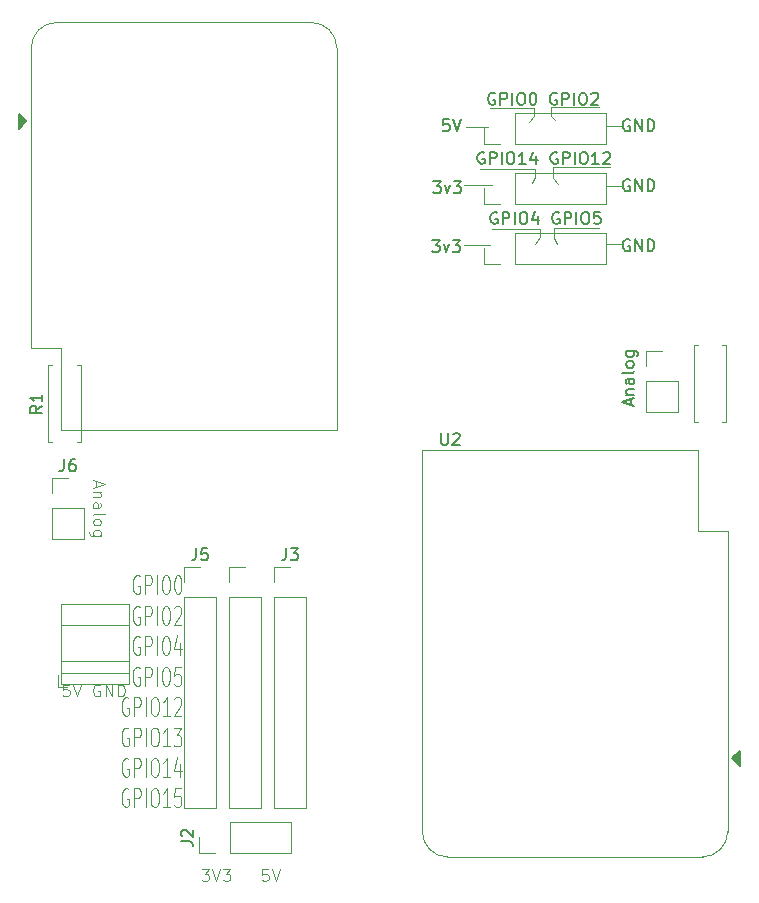
<source format=gbr>
%TF.GenerationSoftware,KiCad,Pcbnew,8.0.5*%
%TF.CreationDate,2024-11-16T12:50:28+01:00*%
%TF.ProjectId,esp8266-expansion-board,65737038-3236-4362-9d65-7870616e7369,rev?*%
%TF.SameCoordinates,Original*%
%TF.FileFunction,Legend,Top*%
%TF.FilePolarity,Positive*%
%FSLAX46Y46*%
G04 Gerber Fmt 4.6, Leading zero omitted, Abs format (unit mm)*
G04 Created by KiCad (PCBNEW 8.0.5) date 2024-11-16 12:50:28*
%MOMM*%
%LPD*%
G01*
G04 APERTURE LIST*
%ADD10C,0.100000*%
%ADD11C,0.150000*%
%ADD12C,0.120000*%
G04 APERTURE END LIST*
D10*
X35529925Y-73142180D02*
X35434687Y-73065990D01*
X35434687Y-73065990D02*
X35291830Y-73065990D01*
X35291830Y-73065990D02*
X35148973Y-73142180D01*
X35148973Y-73142180D02*
X35053735Y-73294561D01*
X35053735Y-73294561D02*
X35006116Y-73446942D01*
X35006116Y-73446942D02*
X34958497Y-73751704D01*
X34958497Y-73751704D02*
X34958497Y-73980276D01*
X34958497Y-73980276D02*
X35006116Y-74285038D01*
X35006116Y-74285038D02*
X35053735Y-74437419D01*
X35053735Y-74437419D02*
X35148973Y-74589800D01*
X35148973Y-74589800D02*
X35291830Y-74665990D01*
X35291830Y-74665990D02*
X35387068Y-74665990D01*
X35387068Y-74665990D02*
X35529925Y-74589800D01*
X35529925Y-74589800D02*
X35577544Y-74513609D01*
X35577544Y-74513609D02*
X35577544Y-73980276D01*
X35577544Y-73980276D02*
X35387068Y-73980276D01*
X36006116Y-74665990D02*
X36006116Y-73065990D01*
X36006116Y-73065990D02*
X36387068Y-73065990D01*
X36387068Y-73065990D02*
X36482306Y-73142180D01*
X36482306Y-73142180D02*
X36529925Y-73218371D01*
X36529925Y-73218371D02*
X36577544Y-73370752D01*
X36577544Y-73370752D02*
X36577544Y-73599323D01*
X36577544Y-73599323D02*
X36529925Y-73751704D01*
X36529925Y-73751704D02*
X36482306Y-73827895D01*
X36482306Y-73827895D02*
X36387068Y-73904085D01*
X36387068Y-73904085D02*
X36006116Y-73904085D01*
X37006116Y-74665990D02*
X37006116Y-73065990D01*
X37672782Y-73065990D02*
X37863258Y-73065990D01*
X37863258Y-73065990D02*
X37958496Y-73142180D01*
X37958496Y-73142180D02*
X38053734Y-73294561D01*
X38053734Y-73294561D02*
X38101353Y-73599323D01*
X38101353Y-73599323D02*
X38101353Y-74132657D01*
X38101353Y-74132657D02*
X38053734Y-74437419D01*
X38053734Y-74437419D02*
X37958496Y-74589800D01*
X37958496Y-74589800D02*
X37863258Y-74665990D01*
X37863258Y-74665990D02*
X37672782Y-74665990D01*
X37672782Y-74665990D02*
X37577544Y-74589800D01*
X37577544Y-74589800D02*
X37482306Y-74437419D01*
X37482306Y-74437419D02*
X37434687Y-74132657D01*
X37434687Y-74132657D02*
X37434687Y-73599323D01*
X37434687Y-73599323D02*
X37482306Y-73294561D01*
X37482306Y-73294561D02*
X37577544Y-73142180D01*
X37577544Y-73142180D02*
X37672782Y-73065990D01*
X38720401Y-73065990D02*
X38815639Y-73065990D01*
X38815639Y-73065990D02*
X38910877Y-73142180D01*
X38910877Y-73142180D02*
X38958496Y-73218371D01*
X38958496Y-73218371D02*
X39006115Y-73370752D01*
X39006115Y-73370752D02*
X39053734Y-73675514D01*
X39053734Y-73675514D02*
X39053734Y-74056466D01*
X39053734Y-74056466D02*
X39006115Y-74361228D01*
X39006115Y-74361228D02*
X38958496Y-74513609D01*
X38958496Y-74513609D02*
X38910877Y-74589800D01*
X38910877Y-74589800D02*
X38815639Y-74665990D01*
X38815639Y-74665990D02*
X38720401Y-74665990D01*
X38720401Y-74665990D02*
X38625163Y-74589800D01*
X38625163Y-74589800D02*
X38577544Y-74513609D01*
X38577544Y-74513609D02*
X38529925Y-74361228D01*
X38529925Y-74361228D02*
X38482306Y-74056466D01*
X38482306Y-74056466D02*
X38482306Y-73675514D01*
X38482306Y-73675514D02*
X38529925Y-73370752D01*
X38529925Y-73370752D02*
X38577544Y-73218371D01*
X38577544Y-73218371D02*
X38625163Y-73142180D01*
X38625163Y-73142180D02*
X38720401Y-73065990D01*
X35529925Y-75718090D02*
X35434687Y-75641900D01*
X35434687Y-75641900D02*
X35291830Y-75641900D01*
X35291830Y-75641900D02*
X35148973Y-75718090D01*
X35148973Y-75718090D02*
X35053735Y-75870471D01*
X35053735Y-75870471D02*
X35006116Y-76022852D01*
X35006116Y-76022852D02*
X34958497Y-76327614D01*
X34958497Y-76327614D02*
X34958497Y-76556186D01*
X34958497Y-76556186D02*
X35006116Y-76860948D01*
X35006116Y-76860948D02*
X35053735Y-77013329D01*
X35053735Y-77013329D02*
X35148973Y-77165710D01*
X35148973Y-77165710D02*
X35291830Y-77241900D01*
X35291830Y-77241900D02*
X35387068Y-77241900D01*
X35387068Y-77241900D02*
X35529925Y-77165710D01*
X35529925Y-77165710D02*
X35577544Y-77089519D01*
X35577544Y-77089519D02*
X35577544Y-76556186D01*
X35577544Y-76556186D02*
X35387068Y-76556186D01*
X36006116Y-77241900D02*
X36006116Y-75641900D01*
X36006116Y-75641900D02*
X36387068Y-75641900D01*
X36387068Y-75641900D02*
X36482306Y-75718090D01*
X36482306Y-75718090D02*
X36529925Y-75794281D01*
X36529925Y-75794281D02*
X36577544Y-75946662D01*
X36577544Y-75946662D02*
X36577544Y-76175233D01*
X36577544Y-76175233D02*
X36529925Y-76327614D01*
X36529925Y-76327614D02*
X36482306Y-76403805D01*
X36482306Y-76403805D02*
X36387068Y-76479995D01*
X36387068Y-76479995D02*
X36006116Y-76479995D01*
X37006116Y-77241900D02*
X37006116Y-75641900D01*
X37672782Y-75641900D02*
X37863258Y-75641900D01*
X37863258Y-75641900D02*
X37958496Y-75718090D01*
X37958496Y-75718090D02*
X38053734Y-75870471D01*
X38053734Y-75870471D02*
X38101353Y-76175233D01*
X38101353Y-76175233D02*
X38101353Y-76708567D01*
X38101353Y-76708567D02*
X38053734Y-77013329D01*
X38053734Y-77013329D02*
X37958496Y-77165710D01*
X37958496Y-77165710D02*
X37863258Y-77241900D01*
X37863258Y-77241900D02*
X37672782Y-77241900D01*
X37672782Y-77241900D02*
X37577544Y-77165710D01*
X37577544Y-77165710D02*
X37482306Y-77013329D01*
X37482306Y-77013329D02*
X37434687Y-76708567D01*
X37434687Y-76708567D02*
X37434687Y-76175233D01*
X37434687Y-76175233D02*
X37482306Y-75870471D01*
X37482306Y-75870471D02*
X37577544Y-75718090D01*
X37577544Y-75718090D02*
X37672782Y-75641900D01*
X38482306Y-75794281D02*
X38529925Y-75718090D01*
X38529925Y-75718090D02*
X38625163Y-75641900D01*
X38625163Y-75641900D02*
X38863258Y-75641900D01*
X38863258Y-75641900D02*
X38958496Y-75718090D01*
X38958496Y-75718090D02*
X39006115Y-75794281D01*
X39006115Y-75794281D02*
X39053734Y-75946662D01*
X39053734Y-75946662D02*
X39053734Y-76099043D01*
X39053734Y-76099043D02*
X39006115Y-76327614D01*
X39006115Y-76327614D02*
X38434687Y-77241900D01*
X38434687Y-77241900D02*
X39053734Y-77241900D01*
X35529925Y-78294000D02*
X35434687Y-78217810D01*
X35434687Y-78217810D02*
X35291830Y-78217810D01*
X35291830Y-78217810D02*
X35148973Y-78294000D01*
X35148973Y-78294000D02*
X35053735Y-78446381D01*
X35053735Y-78446381D02*
X35006116Y-78598762D01*
X35006116Y-78598762D02*
X34958497Y-78903524D01*
X34958497Y-78903524D02*
X34958497Y-79132096D01*
X34958497Y-79132096D02*
X35006116Y-79436858D01*
X35006116Y-79436858D02*
X35053735Y-79589239D01*
X35053735Y-79589239D02*
X35148973Y-79741620D01*
X35148973Y-79741620D02*
X35291830Y-79817810D01*
X35291830Y-79817810D02*
X35387068Y-79817810D01*
X35387068Y-79817810D02*
X35529925Y-79741620D01*
X35529925Y-79741620D02*
X35577544Y-79665429D01*
X35577544Y-79665429D02*
X35577544Y-79132096D01*
X35577544Y-79132096D02*
X35387068Y-79132096D01*
X36006116Y-79817810D02*
X36006116Y-78217810D01*
X36006116Y-78217810D02*
X36387068Y-78217810D01*
X36387068Y-78217810D02*
X36482306Y-78294000D01*
X36482306Y-78294000D02*
X36529925Y-78370191D01*
X36529925Y-78370191D02*
X36577544Y-78522572D01*
X36577544Y-78522572D02*
X36577544Y-78751143D01*
X36577544Y-78751143D02*
X36529925Y-78903524D01*
X36529925Y-78903524D02*
X36482306Y-78979715D01*
X36482306Y-78979715D02*
X36387068Y-79055905D01*
X36387068Y-79055905D02*
X36006116Y-79055905D01*
X37006116Y-79817810D02*
X37006116Y-78217810D01*
X37672782Y-78217810D02*
X37863258Y-78217810D01*
X37863258Y-78217810D02*
X37958496Y-78294000D01*
X37958496Y-78294000D02*
X38053734Y-78446381D01*
X38053734Y-78446381D02*
X38101353Y-78751143D01*
X38101353Y-78751143D02*
X38101353Y-79284477D01*
X38101353Y-79284477D02*
X38053734Y-79589239D01*
X38053734Y-79589239D02*
X37958496Y-79741620D01*
X37958496Y-79741620D02*
X37863258Y-79817810D01*
X37863258Y-79817810D02*
X37672782Y-79817810D01*
X37672782Y-79817810D02*
X37577544Y-79741620D01*
X37577544Y-79741620D02*
X37482306Y-79589239D01*
X37482306Y-79589239D02*
X37434687Y-79284477D01*
X37434687Y-79284477D02*
X37434687Y-78751143D01*
X37434687Y-78751143D02*
X37482306Y-78446381D01*
X37482306Y-78446381D02*
X37577544Y-78294000D01*
X37577544Y-78294000D02*
X37672782Y-78217810D01*
X38958496Y-78751143D02*
X38958496Y-79817810D01*
X38720401Y-78141620D02*
X38482306Y-79284477D01*
X38482306Y-79284477D02*
X39101353Y-79284477D01*
X35529925Y-80869910D02*
X35434687Y-80793720D01*
X35434687Y-80793720D02*
X35291830Y-80793720D01*
X35291830Y-80793720D02*
X35148973Y-80869910D01*
X35148973Y-80869910D02*
X35053735Y-81022291D01*
X35053735Y-81022291D02*
X35006116Y-81174672D01*
X35006116Y-81174672D02*
X34958497Y-81479434D01*
X34958497Y-81479434D02*
X34958497Y-81708006D01*
X34958497Y-81708006D02*
X35006116Y-82012768D01*
X35006116Y-82012768D02*
X35053735Y-82165149D01*
X35053735Y-82165149D02*
X35148973Y-82317530D01*
X35148973Y-82317530D02*
X35291830Y-82393720D01*
X35291830Y-82393720D02*
X35387068Y-82393720D01*
X35387068Y-82393720D02*
X35529925Y-82317530D01*
X35529925Y-82317530D02*
X35577544Y-82241339D01*
X35577544Y-82241339D02*
X35577544Y-81708006D01*
X35577544Y-81708006D02*
X35387068Y-81708006D01*
X36006116Y-82393720D02*
X36006116Y-80793720D01*
X36006116Y-80793720D02*
X36387068Y-80793720D01*
X36387068Y-80793720D02*
X36482306Y-80869910D01*
X36482306Y-80869910D02*
X36529925Y-80946101D01*
X36529925Y-80946101D02*
X36577544Y-81098482D01*
X36577544Y-81098482D02*
X36577544Y-81327053D01*
X36577544Y-81327053D02*
X36529925Y-81479434D01*
X36529925Y-81479434D02*
X36482306Y-81555625D01*
X36482306Y-81555625D02*
X36387068Y-81631815D01*
X36387068Y-81631815D02*
X36006116Y-81631815D01*
X37006116Y-82393720D02*
X37006116Y-80793720D01*
X37672782Y-80793720D02*
X37863258Y-80793720D01*
X37863258Y-80793720D02*
X37958496Y-80869910D01*
X37958496Y-80869910D02*
X38053734Y-81022291D01*
X38053734Y-81022291D02*
X38101353Y-81327053D01*
X38101353Y-81327053D02*
X38101353Y-81860387D01*
X38101353Y-81860387D02*
X38053734Y-82165149D01*
X38053734Y-82165149D02*
X37958496Y-82317530D01*
X37958496Y-82317530D02*
X37863258Y-82393720D01*
X37863258Y-82393720D02*
X37672782Y-82393720D01*
X37672782Y-82393720D02*
X37577544Y-82317530D01*
X37577544Y-82317530D02*
X37482306Y-82165149D01*
X37482306Y-82165149D02*
X37434687Y-81860387D01*
X37434687Y-81860387D02*
X37434687Y-81327053D01*
X37434687Y-81327053D02*
X37482306Y-81022291D01*
X37482306Y-81022291D02*
X37577544Y-80869910D01*
X37577544Y-80869910D02*
X37672782Y-80793720D01*
X39006115Y-80793720D02*
X38529925Y-80793720D01*
X38529925Y-80793720D02*
X38482306Y-81555625D01*
X38482306Y-81555625D02*
X38529925Y-81479434D01*
X38529925Y-81479434D02*
X38625163Y-81403244D01*
X38625163Y-81403244D02*
X38863258Y-81403244D01*
X38863258Y-81403244D02*
X38958496Y-81479434D01*
X38958496Y-81479434D02*
X39006115Y-81555625D01*
X39006115Y-81555625D02*
X39053734Y-81708006D01*
X39053734Y-81708006D02*
X39053734Y-82088958D01*
X39053734Y-82088958D02*
X39006115Y-82241339D01*
X39006115Y-82241339D02*
X38958496Y-82317530D01*
X38958496Y-82317530D02*
X38863258Y-82393720D01*
X38863258Y-82393720D02*
X38625163Y-82393720D01*
X38625163Y-82393720D02*
X38529925Y-82317530D01*
X38529925Y-82317530D02*
X38482306Y-82241339D01*
X34577544Y-83445820D02*
X34482306Y-83369630D01*
X34482306Y-83369630D02*
X34339449Y-83369630D01*
X34339449Y-83369630D02*
X34196592Y-83445820D01*
X34196592Y-83445820D02*
X34101354Y-83598201D01*
X34101354Y-83598201D02*
X34053735Y-83750582D01*
X34053735Y-83750582D02*
X34006116Y-84055344D01*
X34006116Y-84055344D02*
X34006116Y-84283916D01*
X34006116Y-84283916D02*
X34053735Y-84588678D01*
X34053735Y-84588678D02*
X34101354Y-84741059D01*
X34101354Y-84741059D02*
X34196592Y-84893440D01*
X34196592Y-84893440D02*
X34339449Y-84969630D01*
X34339449Y-84969630D02*
X34434687Y-84969630D01*
X34434687Y-84969630D02*
X34577544Y-84893440D01*
X34577544Y-84893440D02*
X34625163Y-84817249D01*
X34625163Y-84817249D02*
X34625163Y-84283916D01*
X34625163Y-84283916D02*
X34434687Y-84283916D01*
X35053735Y-84969630D02*
X35053735Y-83369630D01*
X35053735Y-83369630D02*
X35434687Y-83369630D01*
X35434687Y-83369630D02*
X35529925Y-83445820D01*
X35529925Y-83445820D02*
X35577544Y-83522011D01*
X35577544Y-83522011D02*
X35625163Y-83674392D01*
X35625163Y-83674392D02*
X35625163Y-83902963D01*
X35625163Y-83902963D02*
X35577544Y-84055344D01*
X35577544Y-84055344D02*
X35529925Y-84131535D01*
X35529925Y-84131535D02*
X35434687Y-84207725D01*
X35434687Y-84207725D02*
X35053735Y-84207725D01*
X36053735Y-84969630D02*
X36053735Y-83369630D01*
X36720401Y-83369630D02*
X36910877Y-83369630D01*
X36910877Y-83369630D02*
X37006115Y-83445820D01*
X37006115Y-83445820D02*
X37101353Y-83598201D01*
X37101353Y-83598201D02*
X37148972Y-83902963D01*
X37148972Y-83902963D02*
X37148972Y-84436297D01*
X37148972Y-84436297D02*
X37101353Y-84741059D01*
X37101353Y-84741059D02*
X37006115Y-84893440D01*
X37006115Y-84893440D02*
X36910877Y-84969630D01*
X36910877Y-84969630D02*
X36720401Y-84969630D01*
X36720401Y-84969630D02*
X36625163Y-84893440D01*
X36625163Y-84893440D02*
X36529925Y-84741059D01*
X36529925Y-84741059D02*
X36482306Y-84436297D01*
X36482306Y-84436297D02*
X36482306Y-83902963D01*
X36482306Y-83902963D02*
X36529925Y-83598201D01*
X36529925Y-83598201D02*
X36625163Y-83445820D01*
X36625163Y-83445820D02*
X36720401Y-83369630D01*
X38101353Y-84969630D02*
X37529925Y-84969630D01*
X37815639Y-84969630D02*
X37815639Y-83369630D01*
X37815639Y-83369630D02*
X37720401Y-83598201D01*
X37720401Y-83598201D02*
X37625163Y-83750582D01*
X37625163Y-83750582D02*
X37529925Y-83826773D01*
X38482306Y-83522011D02*
X38529925Y-83445820D01*
X38529925Y-83445820D02*
X38625163Y-83369630D01*
X38625163Y-83369630D02*
X38863258Y-83369630D01*
X38863258Y-83369630D02*
X38958496Y-83445820D01*
X38958496Y-83445820D02*
X39006115Y-83522011D01*
X39006115Y-83522011D02*
X39053734Y-83674392D01*
X39053734Y-83674392D02*
X39053734Y-83826773D01*
X39053734Y-83826773D02*
X39006115Y-84055344D01*
X39006115Y-84055344D02*
X38434687Y-84969630D01*
X38434687Y-84969630D02*
X39053734Y-84969630D01*
X34577544Y-86021730D02*
X34482306Y-85945540D01*
X34482306Y-85945540D02*
X34339449Y-85945540D01*
X34339449Y-85945540D02*
X34196592Y-86021730D01*
X34196592Y-86021730D02*
X34101354Y-86174111D01*
X34101354Y-86174111D02*
X34053735Y-86326492D01*
X34053735Y-86326492D02*
X34006116Y-86631254D01*
X34006116Y-86631254D02*
X34006116Y-86859826D01*
X34006116Y-86859826D02*
X34053735Y-87164588D01*
X34053735Y-87164588D02*
X34101354Y-87316969D01*
X34101354Y-87316969D02*
X34196592Y-87469350D01*
X34196592Y-87469350D02*
X34339449Y-87545540D01*
X34339449Y-87545540D02*
X34434687Y-87545540D01*
X34434687Y-87545540D02*
X34577544Y-87469350D01*
X34577544Y-87469350D02*
X34625163Y-87393159D01*
X34625163Y-87393159D02*
X34625163Y-86859826D01*
X34625163Y-86859826D02*
X34434687Y-86859826D01*
X35053735Y-87545540D02*
X35053735Y-85945540D01*
X35053735Y-85945540D02*
X35434687Y-85945540D01*
X35434687Y-85945540D02*
X35529925Y-86021730D01*
X35529925Y-86021730D02*
X35577544Y-86097921D01*
X35577544Y-86097921D02*
X35625163Y-86250302D01*
X35625163Y-86250302D02*
X35625163Y-86478873D01*
X35625163Y-86478873D02*
X35577544Y-86631254D01*
X35577544Y-86631254D02*
X35529925Y-86707445D01*
X35529925Y-86707445D02*
X35434687Y-86783635D01*
X35434687Y-86783635D02*
X35053735Y-86783635D01*
X36053735Y-87545540D02*
X36053735Y-85945540D01*
X36720401Y-85945540D02*
X36910877Y-85945540D01*
X36910877Y-85945540D02*
X37006115Y-86021730D01*
X37006115Y-86021730D02*
X37101353Y-86174111D01*
X37101353Y-86174111D02*
X37148972Y-86478873D01*
X37148972Y-86478873D02*
X37148972Y-87012207D01*
X37148972Y-87012207D02*
X37101353Y-87316969D01*
X37101353Y-87316969D02*
X37006115Y-87469350D01*
X37006115Y-87469350D02*
X36910877Y-87545540D01*
X36910877Y-87545540D02*
X36720401Y-87545540D01*
X36720401Y-87545540D02*
X36625163Y-87469350D01*
X36625163Y-87469350D02*
X36529925Y-87316969D01*
X36529925Y-87316969D02*
X36482306Y-87012207D01*
X36482306Y-87012207D02*
X36482306Y-86478873D01*
X36482306Y-86478873D02*
X36529925Y-86174111D01*
X36529925Y-86174111D02*
X36625163Y-86021730D01*
X36625163Y-86021730D02*
X36720401Y-85945540D01*
X38101353Y-87545540D02*
X37529925Y-87545540D01*
X37815639Y-87545540D02*
X37815639Y-85945540D01*
X37815639Y-85945540D02*
X37720401Y-86174111D01*
X37720401Y-86174111D02*
X37625163Y-86326492D01*
X37625163Y-86326492D02*
X37529925Y-86402683D01*
X38434687Y-85945540D02*
X39053734Y-85945540D01*
X39053734Y-85945540D02*
X38720401Y-86555064D01*
X38720401Y-86555064D02*
X38863258Y-86555064D01*
X38863258Y-86555064D02*
X38958496Y-86631254D01*
X38958496Y-86631254D02*
X39006115Y-86707445D01*
X39006115Y-86707445D02*
X39053734Y-86859826D01*
X39053734Y-86859826D02*
X39053734Y-87240778D01*
X39053734Y-87240778D02*
X39006115Y-87393159D01*
X39006115Y-87393159D02*
X38958496Y-87469350D01*
X38958496Y-87469350D02*
X38863258Y-87545540D01*
X38863258Y-87545540D02*
X38577544Y-87545540D01*
X38577544Y-87545540D02*
X38482306Y-87469350D01*
X38482306Y-87469350D02*
X38434687Y-87393159D01*
X34577544Y-88597640D02*
X34482306Y-88521450D01*
X34482306Y-88521450D02*
X34339449Y-88521450D01*
X34339449Y-88521450D02*
X34196592Y-88597640D01*
X34196592Y-88597640D02*
X34101354Y-88750021D01*
X34101354Y-88750021D02*
X34053735Y-88902402D01*
X34053735Y-88902402D02*
X34006116Y-89207164D01*
X34006116Y-89207164D02*
X34006116Y-89435736D01*
X34006116Y-89435736D02*
X34053735Y-89740498D01*
X34053735Y-89740498D02*
X34101354Y-89892879D01*
X34101354Y-89892879D02*
X34196592Y-90045260D01*
X34196592Y-90045260D02*
X34339449Y-90121450D01*
X34339449Y-90121450D02*
X34434687Y-90121450D01*
X34434687Y-90121450D02*
X34577544Y-90045260D01*
X34577544Y-90045260D02*
X34625163Y-89969069D01*
X34625163Y-89969069D02*
X34625163Y-89435736D01*
X34625163Y-89435736D02*
X34434687Y-89435736D01*
X35053735Y-90121450D02*
X35053735Y-88521450D01*
X35053735Y-88521450D02*
X35434687Y-88521450D01*
X35434687Y-88521450D02*
X35529925Y-88597640D01*
X35529925Y-88597640D02*
X35577544Y-88673831D01*
X35577544Y-88673831D02*
X35625163Y-88826212D01*
X35625163Y-88826212D02*
X35625163Y-89054783D01*
X35625163Y-89054783D02*
X35577544Y-89207164D01*
X35577544Y-89207164D02*
X35529925Y-89283355D01*
X35529925Y-89283355D02*
X35434687Y-89359545D01*
X35434687Y-89359545D02*
X35053735Y-89359545D01*
X36053735Y-90121450D02*
X36053735Y-88521450D01*
X36720401Y-88521450D02*
X36910877Y-88521450D01*
X36910877Y-88521450D02*
X37006115Y-88597640D01*
X37006115Y-88597640D02*
X37101353Y-88750021D01*
X37101353Y-88750021D02*
X37148972Y-89054783D01*
X37148972Y-89054783D02*
X37148972Y-89588117D01*
X37148972Y-89588117D02*
X37101353Y-89892879D01*
X37101353Y-89892879D02*
X37006115Y-90045260D01*
X37006115Y-90045260D02*
X36910877Y-90121450D01*
X36910877Y-90121450D02*
X36720401Y-90121450D01*
X36720401Y-90121450D02*
X36625163Y-90045260D01*
X36625163Y-90045260D02*
X36529925Y-89892879D01*
X36529925Y-89892879D02*
X36482306Y-89588117D01*
X36482306Y-89588117D02*
X36482306Y-89054783D01*
X36482306Y-89054783D02*
X36529925Y-88750021D01*
X36529925Y-88750021D02*
X36625163Y-88597640D01*
X36625163Y-88597640D02*
X36720401Y-88521450D01*
X38101353Y-90121450D02*
X37529925Y-90121450D01*
X37815639Y-90121450D02*
X37815639Y-88521450D01*
X37815639Y-88521450D02*
X37720401Y-88750021D01*
X37720401Y-88750021D02*
X37625163Y-88902402D01*
X37625163Y-88902402D02*
X37529925Y-88978593D01*
X38958496Y-89054783D02*
X38958496Y-90121450D01*
X38720401Y-88445260D02*
X38482306Y-89588117D01*
X38482306Y-89588117D02*
X39101353Y-89588117D01*
X34577544Y-91173550D02*
X34482306Y-91097360D01*
X34482306Y-91097360D02*
X34339449Y-91097360D01*
X34339449Y-91097360D02*
X34196592Y-91173550D01*
X34196592Y-91173550D02*
X34101354Y-91325931D01*
X34101354Y-91325931D02*
X34053735Y-91478312D01*
X34053735Y-91478312D02*
X34006116Y-91783074D01*
X34006116Y-91783074D02*
X34006116Y-92011646D01*
X34006116Y-92011646D02*
X34053735Y-92316408D01*
X34053735Y-92316408D02*
X34101354Y-92468789D01*
X34101354Y-92468789D02*
X34196592Y-92621170D01*
X34196592Y-92621170D02*
X34339449Y-92697360D01*
X34339449Y-92697360D02*
X34434687Y-92697360D01*
X34434687Y-92697360D02*
X34577544Y-92621170D01*
X34577544Y-92621170D02*
X34625163Y-92544979D01*
X34625163Y-92544979D02*
X34625163Y-92011646D01*
X34625163Y-92011646D02*
X34434687Y-92011646D01*
X35053735Y-92697360D02*
X35053735Y-91097360D01*
X35053735Y-91097360D02*
X35434687Y-91097360D01*
X35434687Y-91097360D02*
X35529925Y-91173550D01*
X35529925Y-91173550D02*
X35577544Y-91249741D01*
X35577544Y-91249741D02*
X35625163Y-91402122D01*
X35625163Y-91402122D02*
X35625163Y-91630693D01*
X35625163Y-91630693D02*
X35577544Y-91783074D01*
X35577544Y-91783074D02*
X35529925Y-91859265D01*
X35529925Y-91859265D02*
X35434687Y-91935455D01*
X35434687Y-91935455D02*
X35053735Y-91935455D01*
X36053735Y-92697360D02*
X36053735Y-91097360D01*
X36720401Y-91097360D02*
X36910877Y-91097360D01*
X36910877Y-91097360D02*
X37006115Y-91173550D01*
X37006115Y-91173550D02*
X37101353Y-91325931D01*
X37101353Y-91325931D02*
X37148972Y-91630693D01*
X37148972Y-91630693D02*
X37148972Y-92164027D01*
X37148972Y-92164027D02*
X37101353Y-92468789D01*
X37101353Y-92468789D02*
X37006115Y-92621170D01*
X37006115Y-92621170D02*
X36910877Y-92697360D01*
X36910877Y-92697360D02*
X36720401Y-92697360D01*
X36720401Y-92697360D02*
X36625163Y-92621170D01*
X36625163Y-92621170D02*
X36529925Y-92468789D01*
X36529925Y-92468789D02*
X36482306Y-92164027D01*
X36482306Y-92164027D02*
X36482306Y-91630693D01*
X36482306Y-91630693D02*
X36529925Y-91325931D01*
X36529925Y-91325931D02*
X36625163Y-91173550D01*
X36625163Y-91173550D02*
X36720401Y-91097360D01*
X38101353Y-92697360D02*
X37529925Y-92697360D01*
X37815639Y-92697360D02*
X37815639Y-91097360D01*
X37815639Y-91097360D02*
X37720401Y-91325931D01*
X37720401Y-91325931D02*
X37625163Y-91478312D01*
X37625163Y-91478312D02*
X37529925Y-91554503D01*
X39006115Y-91097360D02*
X38529925Y-91097360D01*
X38529925Y-91097360D02*
X38482306Y-91859265D01*
X38482306Y-91859265D02*
X38529925Y-91783074D01*
X38529925Y-91783074D02*
X38625163Y-91706884D01*
X38625163Y-91706884D02*
X38863258Y-91706884D01*
X38863258Y-91706884D02*
X38958496Y-91783074D01*
X38958496Y-91783074D02*
X39006115Y-91859265D01*
X39006115Y-91859265D02*
X39053734Y-92011646D01*
X39053734Y-92011646D02*
X39053734Y-92392598D01*
X39053734Y-92392598D02*
X39006115Y-92544979D01*
X39006115Y-92544979D02*
X38958496Y-92621170D01*
X38958496Y-92621170D02*
X38863258Y-92697360D01*
X38863258Y-92697360D02*
X38625163Y-92697360D01*
X38625163Y-92697360D02*
X38529925Y-92621170D01*
X38529925Y-92621170D02*
X38482306Y-92544979D01*
X31879509Y-65124530D02*
X31879509Y-65600720D01*
X31593794Y-65029292D02*
X32593794Y-65362625D01*
X32593794Y-65362625D02*
X31593794Y-65695958D01*
X32260461Y-66029292D02*
X31593794Y-66029292D01*
X32165223Y-66029292D02*
X32212842Y-66076911D01*
X32212842Y-66076911D02*
X32260461Y-66172149D01*
X32260461Y-66172149D02*
X32260461Y-66315006D01*
X32260461Y-66315006D02*
X32212842Y-66410244D01*
X32212842Y-66410244D02*
X32117604Y-66457863D01*
X32117604Y-66457863D02*
X31593794Y-66457863D01*
X31593794Y-67362625D02*
X32117604Y-67362625D01*
X32117604Y-67362625D02*
X32212842Y-67315006D01*
X32212842Y-67315006D02*
X32260461Y-67219768D01*
X32260461Y-67219768D02*
X32260461Y-67029292D01*
X32260461Y-67029292D02*
X32212842Y-66934054D01*
X31641414Y-67362625D02*
X31593794Y-67267387D01*
X31593794Y-67267387D02*
X31593794Y-67029292D01*
X31593794Y-67029292D02*
X31641414Y-66934054D01*
X31641414Y-66934054D02*
X31736652Y-66886435D01*
X31736652Y-66886435D02*
X31831890Y-66886435D01*
X31831890Y-66886435D02*
X31927128Y-66934054D01*
X31927128Y-66934054D02*
X31974747Y-67029292D01*
X31974747Y-67029292D02*
X31974747Y-67267387D01*
X31974747Y-67267387D02*
X32022366Y-67362625D01*
X31593794Y-67981673D02*
X31641414Y-67886435D01*
X31641414Y-67886435D02*
X31736652Y-67838816D01*
X31736652Y-67838816D02*
X32593794Y-67838816D01*
X31593794Y-68505483D02*
X31641414Y-68410245D01*
X31641414Y-68410245D02*
X31689033Y-68362626D01*
X31689033Y-68362626D02*
X31784271Y-68315007D01*
X31784271Y-68315007D02*
X32069985Y-68315007D01*
X32069985Y-68315007D02*
X32165223Y-68362626D01*
X32165223Y-68362626D02*
X32212842Y-68410245D01*
X32212842Y-68410245D02*
X32260461Y-68505483D01*
X32260461Y-68505483D02*
X32260461Y-68648340D01*
X32260461Y-68648340D02*
X32212842Y-68743578D01*
X32212842Y-68743578D02*
X32165223Y-68791197D01*
X32165223Y-68791197D02*
X32069985Y-68838816D01*
X32069985Y-68838816D02*
X31784271Y-68838816D01*
X31784271Y-68838816D02*
X31689033Y-68791197D01*
X31689033Y-68791197D02*
X31641414Y-68743578D01*
X31641414Y-68743578D02*
X31593794Y-68648340D01*
X31593794Y-68648340D02*
X31593794Y-68505483D01*
X32260461Y-69695959D02*
X31450937Y-69695959D01*
X31450937Y-69695959D02*
X31355699Y-69648340D01*
X31355699Y-69648340D02*
X31308080Y-69600721D01*
X31308080Y-69600721D02*
X31260461Y-69505483D01*
X31260461Y-69505483D02*
X31260461Y-69362626D01*
X31260461Y-69362626D02*
X31308080Y-69267388D01*
X31641414Y-69695959D02*
X31593794Y-69600721D01*
X31593794Y-69600721D02*
X31593794Y-69410245D01*
X31593794Y-69410245D02*
X31641414Y-69315007D01*
X31641414Y-69315007D02*
X31689033Y-69267388D01*
X31689033Y-69267388D02*
X31784271Y-69219769D01*
X31784271Y-69219769D02*
X32069985Y-69219769D01*
X32069985Y-69219769D02*
X32165223Y-69267388D01*
X32165223Y-69267388D02*
X32212842Y-69315007D01*
X32212842Y-69315007D02*
X32260461Y-69410245D01*
X32260461Y-69410245D02*
X32260461Y-69600721D01*
X32260461Y-69600721D02*
X32212842Y-69695959D01*
X40783333Y-97932419D02*
X41402380Y-97932419D01*
X41402380Y-97932419D02*
X41069047Y-98313371D01*
X41069047Y-98313371D02*
X41211904Y-98313371D01*
X41211904Y-98313371D02*
X41307142Y-98360990D01*
X41307142Y-98360990D02*
X41354761Y-98408609D01*
X41354761Y-98408609D02*
X41402380Y-98503847D01*
X41402380Y-98503847D02*
X41402380Y-98741942D01*
X41402380Y-98741942D02*
X41354761Y-98837180D01*
X41354761Y-98837180D02*
X41307142Y-98884800D01*
X41307142Y-98884800D02*
X41211904Y-98932419D01*
X41211904Y-98932419D02*
X40926190Y-98932419D01*
X40926190Y-98932419D02*
X40830952Y-98884800D01*
X40830952Y-98884800D02*
X40783333Y-98837180D01*
X41688095Y-97932419D02*
X42021428Y-98932419D01*
X42021428Y-98932419D02*
X42354761Y-97932419D01*
X42592857Y-97932419D02*
X43211904Y-97932419D01*
X43211904Y-97932419D02*
X42878571Y-98313371D01*
X42878571Y-98313371D02*
X43021428Y-98313371D01*
X43021428Y-98313371D02*
X43116666Y-98360990D01*
X43116666Y-98360990D02*
X43164285Y-98408609D01*
X43164285Y-98408609D02*
X43211904Y-98503847D01*
X43211904Y-98503847D02*
X43211904Y-98741942D01*
X43211904Y-98741942D02*
X43164285Y-98837180D01*
X43164285Y-98837180D02*
X43116666Y-98884800D01*
X43116666Y-98884800D02*
X43021428Y-98932419D01*
X43021428Y-98932419D02*
X42735714Y-98932419D01*
X42735714Y-98932419D02*
X42640476Y-98884800D01*
X42640476Y-98884800D02*
X42592857Y-98837180D01*
X46402381Y-97932419D02*
X45926191Y-97932419D01*
X45926191Y-97932419D02*
X45878572Y-98408609D01*
X45878572Y-98408609D02*
X45926191Y-98360990D01*
X45926191Y-98360990D02*
X46021429Y-98313371D01*
X46021429Y-98313371D02*
X46259524Y-98313371D01*
X46259524Y-98313371D02*
X46354762Y-98360990D01*
X46354762Y-98360990D02*
X46402381Y-98408609D01*
X46402381Y-98408609D02*
X46450000Y-98503847D01*
X46450000Y-98503847D02*
X46450000Y-98741942D01*
X46450000Y-98741942D02*
X46402381Y-98837180D01*
X46402381Y-98837180D02*
X46354762Y-98884800D01*
X46354762Y-98884800D02*
X46259524Y-98932419D01*
X46259524Y-98932419D02*
X46021429Y-98932419D01*
X46021429Y-98932419D02*
X45926191Y-98884800D01*
X45926191Y-98884800D02*
X45878572Y-98837180D01*
X46735715Y-97932419D02*
X47069048Y-98932419D01*
X47069048Y-98932419D02*
X47402381Y-97932419D01*
X62962307Y-45091664D02*
X65233937Y-45091664D01*
X76251535Y-45020615D02*
X74981672Y-45013117D01*
X68907631Y-34197463D02*
X68538864Y-34689426D01*
X69391240Y-44427979D02*
X69027290Y-45010298D01*
X69041654Y-38671571D02*
X69041654Y-39309093D01*
X64381146Y-38671571D02*
X69041654Y-38671571D01*
X63127186Y-35101994D02*
X64994906Y-35101994D01*
X70346150Y-34142135D02*
X70659673Y-34510986D01*
X65355040Y-43732114D02*
X69390512Y-43705910D01*
X68907631Y-33459761D02*
X68907631Y-34197463D01*
X65163792Y-33459761D02*
X68907631Y-33459761D01*
X74421749Y-43627297D02*
X70595912Y-43627297D01*
X74403512Y-33385991D02*
X70327707Y-33385991D01*
X70595912Y-44518245D02*
X70857956Y-45042332D01*
X63032217Y-40008717D02*
X65343855Y-39998813D01*
X70595912Y-43627297D02*
X70595912Y-44518245D01*
X76272789Y-34998783D02*
X75002926Y-34991285D01*
X69041654Y-39309093D02*
X68733884Y-39880665D01*
X69390512Y-43705910D02*
X69391240Y-44427979D01*
X70558517Y-39419011D02*
X70954220Y-39946616D01*
X75350925Y-38495703D02*
X70558517Y-38495703D01*
X70558517Y-38495703D02*
X70558517Y-39419011D01*
X76263609Y-40135065D02*
X74993746Y-40127567D01*
X70327707Y-33385991D02*
X70346150Y-34142135D01*
D11*
X77014118Y-39578640D02*
X76918880Y-39531021D01*
X76918880Y-39531021D02*
X76776023Y-39531021D01*
X76776023Y-39531021D02*
X76633166Y-39578640D01*
X76633166Y-39578640D02*
X76537928Y-39673878D01*
X76537928Y-39673878D02*
X76490309Y-39769116D01*
X76490309Y-39769116D02*
X76442690Y-39959592D01*
X76442690Y-39959592D02*
X76442690Y-40102449D01*
X76442690Y-40102449D02*
X76490309Y-40292925D01*
X76490309Y-40292925D02*
X76537928Y-40388163D01*
X76537928Y-40388163D02*
X76633166Y-40483402D01*
X76633166Y-40483402D02*
X76776023Y-40531021D01*
X76776023Y-40531021D02*
X76871261Y-40531021D01*
X76871261Y-40531021D02*
X77014118Y-40483402D01*
X77014118Y-40483402D02*
X77061737Y-40435782D01*
X77061737Y-40435782D02*
X77061737Y-40102449D01*
X77061737Y-40102449D02*
X76871261Y-40102449D01*
X77490309Y-40531021D02*
X77490309Y-39531021D01*
X77490309Y-39531021D02*
X78061737Y-40531021D01*
X78061737Y-40531021D02*
X78061737Y-39531021D01*
X78537928Y-40531021D02*
X78537928Y-39531021D01*
X78537928Y-39531021D02*
X78776023Y-39531021D01*
X78776023Y-39531021D02*
X78918880Y-39578640D01*
X78918880Y-39578640D02*
X79014118Y-39673878D01*
X79014118Y-39673878D02*
X79061737Y-39769116D01*
X79061737Y-39769116D02*
X79109356Y-39959592D01*
X79109356Y-39959592D02*
X79109356Y-40102449D01*
X79109356Y-40102449D02*
X79061737Y-40292925D01*
X79061737Y-40292925D02*
X79014118Y-40388163D01*
X79014118Y-40388163D02*
X78918880Y-40483402D01*
X78918880Y-40483402D02*
X78776023Y-40531021D01*
X78776023Y-40531021D02*
X78537928Y-40531021D01*
X60309103Y-44706601D02*
X60928150Y-44706601D01*
X60928150Y-44706601D02*
X60594817Y-45087553D01*
X60594817Y-45087553D02*
X60737674Y-45087553D01*
X60737674Y-45087553D02*
X60832912Y-45135172D01*
X60832912Y-45135172D02*
X60880531Y-45182791D01*
X60880531Y-45182791D02*
X60928150Y-45278029D01*
X60928150Y-45278029D02*
X60928150Y-45516124D01*
X60928150Y-45516124D02*
X60880531Y-45611362D01*
X60880531Y-45611362D02*
X60832912Y-45658982D01*
X60832912Y-45658982D02*
X60737674Y-45706601D01*
X60737674Y-45706601D02*
X60451960Y-45706601D01*
X60451960Y-45706601D02*
X60356722Y-45658982D01*
X60356722Y-45658982D02*
X60309103Y-45611362D01*
X61261484Y-45039934D02*
X61499579Y-45706601D01*
X61499579Y-45706601D02*
X61737674Y-45039934D01*
X62023389Y-44706601D02*
X62642436Y-44706601D01*
X62642436Y-44706601D02*
X62309103Y-45087553D01*
X62309103Y-45087553D02*
X62451960Y-45087553D01*
X62451960Y-45087553D02*
X62547198Y-45135172D01*
X62547198Y-45135172D02*
X62594817Y-45182791D01*
X62594817Y-45182791D02*
X62642436Y-45278029D01*
X62642436Y-45278029D02*
X62642436Y-45516124D01*
X62642436Y-45516124D02*
X62594817Y-45611362D01*
X62594817Y-45611362D02*
X62547198Y-45658982D01*
X62547198Y-45658982D02*
X62451960Y-45706601D01*
X62451960Y-45706601D02*
X62166246Y-45706601D01*
X62166246Y-45706601D02*
X62071008Y-45658982D01*
X62071008Y-45658982D02*
X62023389Y-45611362D01*
X65796600Y-42345720D02*
X65701362Y-42298101D01*
X65701362Y-42298101D02*
X65558505Y-42298101D01*
X65558505Y-42298101D02*
X65415648Y-42345720D01*
X65415648Y-42345720D02*
X65320410Y-42440958D01*
X65320410Y-42440958D02*
X65272791Y-42536196D01*
X65272791Y-42536196D02*
X65225172Y-42726672D01*
X65225172Y-42726672D02*
X65225172Y-42869529D01*
X65225172Y-42869529D02*
X65272791Y-43060005D01*
X65272791Y-43060005D02*
X65320410Y-43155243D01*
X65320410Y-43155243D02*
X65415648Y-43250482D01*
X65415648Y-43250482D02*
X65558505Y-43298101D01*
X65558505Y-43298101D02*
X65653743Y-43298101D01*
X65653743Y-43298101D02*
X65796600Y-43250482D01*
X65796600Y-43250482D02*
X65844219Y-43202862D01*
X65844219Y-43202862D02*
X65844219Y-42869529D01*
X65844219Y-42869529D02*
X65653743Y-42869529D01*
X66272791Y-43298101D02*
X66272791Y-42298101D01*
X66272791Y-42298101D02*
X66653743Y-42298101D01*
X66653743Y-42298101D02*
X66748981Y-42345720D01*
X66748981Y-42345720D02*
X66796600Y-42393339D01*
X66796600Y-42393339D02*
X66844219Y-42488577D01*
X66844219Y-42488577D02*
X66844219Y-42631434D01*
X66844219Y-42631434D02*
X66796600Y-42726672D01*
X66796600Y-42726672D02*
X66748981Y-42774291D01*
X66748981Y-42774291D02*
X66653743Y-42821910D01*
X66653743Y-42821910D02*
X66272791Y-42821910D01*
X67272791Y-43298101D02*
X67272791Y-42298101D01*
X67939457Y-42298101D02*
X68129933Y-42298101D01*
X68129933Y-42298101D02*
X68225171Y-42345720D01*
X68225171Y-42345720D02*
X68320409Y-42440958D01*
X68320409Y-42440958D02*
X68368028Y-42631434D01*
X68368028Y-42631434D02*
X68368028Y-42964767D01*
X68368028Y-42964767D02*
X68320409Y-43155243D01*
X68320409Y-43155243D02*
X68225171Y-43250482D01*
X68225171Y-43250482D02*
X68129933Y-43298101D01*
X68129933Y-43298101D02*
X67939457Y-43298101D01*
X67939457Y-43298101D02*
X67844219Y-43250482D01*
X67844219Y-43250482D02*
X67748981Y-43155243D01*
X67748981Y-43155243D02*
X67701362Y-42964767D01*
X67701362Y-42964767D02*
X67701362Y-42631434D01*
X67701362Y-42631434D02*
X67748981Y-42440958D01*
X67748981Y-42440958D02*
X67844219Y-42345720D01*
X67844219Y-42345720D02*
X67939457Y-42298101D01*
X69225171Y-42631434D02*
X69225171Y-43298101D01*
X68987076Y-42250482D02*
X68748981Y-42964767D01*
X68748981Y-42964767D02*
X69368028Y-42964767D01*
X71034695Y-42345720D02*
X70939457Y-42298101D01*
X70939457Y-42298101D02*
X70796600Y-42298101D01*
X70796600Y-42298101D02*
X70653743Y-42345720D01*
X70653743Y-42345720D02*
X70558505Y-42440958D01*
X70558505Y-42440958D02*
X70510886Y-42536196D01*
X70510886Y-42536196D02*
X70463267Y-42726672D01*
X70463267Y-42726672D02*
X70463267Y-42869529D01*
X70463267Y-42869529D02*
X70510886Y-43060005D01*
X70510886Y-43060005D02*
X70558505Y-43155243D01*
X70558505Y-43155243D02*
X70653743Y-43250482D01*
X70653743Y-43250482D02*
X70796600Y-43298101D01*
X70796600Y-43298101D02*
X70891838Y-43298101D01*
X70891838Y-43298101D02*
X71034695Y-43250482D01*
X71034695Y-43250482D02*
X71082314Y-43202862D01*
X71082314Y-43202862D02*
X71082314Y-42869529D01*
X71082314Y-42869529D02*
X70891838Y-42869529D01*
X71510886Y-43298101D02*
X71510886Y-42298101D01*
X71510886Y-42298101D02*
X71891838Y-42298101D01*
X71891838Y-42298101D02*
X71987076Y-42345720D01*
X71987076Y-42345720D02*
X72034695Y-42393339D01*
X72034695Y-42393339D02*
X72082314Y-42488577D01*
X72082314Y-42488577D02*
X72082314Y-42631434D01*
X72082314Y-42631434D02*
X72034695Y-42726672D01*
X72034695Y-42726672D02*
X71987076Y-42774291D01*
X71987076Y-42774291D02*
X71891838Y-42821910D01*
X71891838Y-42821910D02*
X71510886Y-42821910D01*
X72510886Y-43298101D02*
X72510886Y-42298101D01*
X73177552Y-42298101D02*
X73368028Y-42298101D01*
X73368028Y-42298101D02*
X73463266Y-42345720D01*
X73463266Y-42345720D02*
X73558504Y-42440958D01*
X73558504Y-42440958D02*
X73606123Y-42631434D01*
X73606123Y-42631434D02*
X73606123Y-42964767D01*
X73606123Y-42964767D02*
X73558504Y-43155243D01*
X73558504Y-43155243D02*
X73463266Y-43250482D01*
X73463266Y-43250482D02*
X73368028Y-43298101D01*
X73368028Y-43298101D02*
X73177552Y-43298101D01*
X73177552Y-43298101D02*
X73082314Y-43250482D01*
X73082314Y-43250482D02*
X72987076Y-43155243D01*
X72987076Y-43155243D02*
X72939457Y-42964767D01*
X72939457Y-42964767D02*
X72939457Y-42631434D01*
X72939457Y-42631434D02*
X72987076Y-42440958D01*
X72987076Y-42440958D02*
X73082314Y-42345720D01*
X73082314Y-42345720D02*
X73177552Y-42298101D01*
X74510885Y-42298101D02*
X74034695Y-42298101D01*
X74034695Y-42298101D02*
X73987076Y-42774291D01*
X73987076Y-42774291D02*
X74034695Y-42726672D01*
X74034695Y-42726672D02*
X74129933Y-42679053D01*
X74129933Y-42679053D02*
X74368028Y-42679053D01*
X74368028Y-42679053D02*
X74463266Y-42726672D01*
X74463266Y-42726672D02*
X74510885Y-42774291D01*
X74510885Y-42774291D02*
X74558504Y-42869529D01*
X74558504Y-42869529D02*
X74558504Y-43107624D01*
X74558504Y-43107624D02*
X74510885Y-43202862D01*
X74510885Y-43202862D02*
X74463266Y-43250482D01*
X74463266Y-43250482D02*
X74368028Y-43298101D01*
X74368028Y-43298101D02*
X74129933Y-43298101D01*
X74129933Y-43298101D02*
X74034695Y-43250482D01*
X74034695Y-43250482D02*
X73987076Y-43202862D01*
X65597891Y-32257562D02*
X65502653Y-32209943D01*
X65502653Y-32209943D02*
X65359796Y-32209943D01*
X65359796Y-32209943D02*
X65216939Y-32257562D01*
X65216939Y-32257562D02*
X65121701Y-32352800D01*
X65121701Y-32352800D02*
X65074082Y-32448038D01*
X65074082Y-32448038D02*
X65026463Y-32638514D01*
X65026463Y-32638514D02*
X65026463Y-32781371D01*
X65026463Y-32781371D02*
X65074082Y-32971847D01*
X65074082Y-32971847D02*
X65121701Y-33067085D01*
X65121701Y-33067085D02*
X65216939Y-33162324D01*
X65216939Y-33162324D02*
X65359796Y-33209943D01*
X65359796Y-33209943D02*
X65455034Y-33209943D01*
X65455034Y-33209943D02*
X65597891Y-33162324D01*
X65597891Y-33162324D02*
X65645510Y-33114704D01*
X65645510Y-33114704D02*
X65645510Y-32781371D01*
X65645510Y-32781371D02*
X65455034Y-32781371D01*
X66074082Y-33209943D02*
X66074082Y-32209943D01*
X66074082Y-32209943D02*
X66455034Y-32209943D01*
X66455034Y-32209943D02*
X66550272Y-32257562D01*
X66550272Y-32257562D02*
X66597891Y-32305181D01*
X66597891Y-32305181D02*
X66645510Y-32400419D01*
X66645510Y-32400419D02*
X66645510Y-32543276D01*
X66645510Y-32543276D02*
X66597891Y-32638514D01*
X66597891Y-32638514D02*
X66550272Y-32686133D01*
X66550272Y-32686133D02*
X66455034Y-32733752D01*
X66455034Y-32733752D02*
X66074082Y-32733752D01*
X67074082Y-33209943D02*
X67074082Y-32209943D01*
X67740748Y-32209943D02*
X67931224Y-32209943D01*
X67931224Y-32209943D02*
X68026462Y-32257562D01*
X68026462Y-32257562D02*
X68121700Y-32352800D01*
X68121700Y-32352800D02*
X68169319Y-32543276D01*
X68169319Y-32543276D02*
X68169319Y-32876609D01*
X68169319Y-32876609D02*
X68121700Y-33067085D01*
X68121700Y-33067085D02*
X68026462Y-33162324D01*
X68026462Y-33162324D02*
X67931224Y-33209943D01*
X67931224Y-33209943D02*
X67740748Y-33209943D01*
X67740748Y-33209943D02*
X67645510Y-33162324D01*
X67645510Y-33162324D02*
X67550272Y-33067085D01*
X67550272Y-33067085D02*
X67502653Y-32876609D01*
X67502653Y-32876609D02*
X67502653Y-32543276D01*
X67502653Y-32543276D02*
X67550272Y-32352800D01*
X67550272Y-32352800D02*
X67645510Y-32257562D01*
X67645510Y-32257562D02*
X67740748Y-32209943D01*
X68788367Y-32209943D02*
X68883605Y-32209943D01*
X68883605Y-32209943D02*
X68978843Y-32257562D01*
X68978843Y-32257562D02*
X69026462Y-32305181D01*
X69026462Y-32305181D02*
X69074081Y-32400419D01*
X69074081Y-32400419D02*
X69121700Y-32590895D01*
X69121700Y-32590895D02*
X69121700Y-32828990D01*
X69121700Y-32828990D02*
X69074081Y-33019466D01*
X69074081Y-33019466D02*
X69026462Y-33114704D01*
X69026462Y-33114704D02*
X68978843Y-33162324D01*
X68978843Y-33162324D02*
X68883605Y-33209943D01*
X68883605Y-33209943D02*
X68788367Y-33209943D01*
X68788367Y-33209943D02*
X68693129Y-33162324D01*
X68693129Y-33162324D02*
X68645510Y-33114704D01*
X68645510Y-33114704D02*
X68597891Y-33019466D01*
X68597891Y-33019466D02*
X68550272Y-32828990D01*
X68550272Y-32828990D02*
X68550272Y-32590895D01*
X68550272Y-32590895D02*
X68597891Y-32400419D01*
X68597891Y-32400419D02*
X68645510Y-32305181D01*
X68645510Y-32305181D02*
X68693129Y-32257562D01*
X68693129Y-32257562D02*
X68788367Y-32209943D01*
X70835986Y-32257562D02*
X70740748Y-32209943D01*
X70740748Y-32209943D02*
X70597891Y-32209943D01*
X70597891Y-32209943D02*
X70455034Y-32257562D01*
X70455034Y-32257562D02*
X70359796Y-32352800D01*
X70359796Y-32352800D02*
X70312177Y-32448038D01*
X70312177Y-32448038D02*
X70264558Y-32638514D01*
X70264558Y-32638514D02*
X70264558Y-32781371D01*
X70264558Y-32781371D02*
X70312177Y-32971847D01*
X70312177Y-32971847D02*
X70359796Y-33067085D01*
X70359796Y-33067085D02*
X70455034Y-33162324D01*
X70455034Y-33162324D02*
X70597891Y-33209943D01*
X70597891Y-33209943D02*
X70693129Y-33209943D01*
X70693129Y-33209943D02*
X70835986Y-33162324D01*
X70835986Y-33162324D02*
X70883605Y-33114704D01*
X70883605Y-33114704D02*
X70883605Y-32781371D01*
X70883605Y-32781371D02*
X70693129Y-32781371D01*
X71312177Y-33209943D02*
X71312177Y-32209943D01*
X71312177Y-32209943D02*
X71693129Y-32209943D01*
X71693129Y-32209943D02*
X71788367Y-32257562D01*
X71788367Y-32257562D02*
X71835986Y-32305181D01*
X71835986Y-32305181D02*
X71883605Y-32400419D01*
X71883605Y-32400419D02*
X71883605Y-32543276D01*
X71883605Y-32543276D02*
X71835986Y-32638514D01*
X71835986Y-32638514D02*
X71788367Y-32686133D01*
X71788367Y-32686133D02*
X71693129Y-32733752D01*
X71693129Y-32733752D02*
X71312177Y-32733752D01*
X72312177Y-33209943D02*
X72312177Y-32209943D01*
X72978843Y-32209943D02*
X73169319Y-32209943D01*
X73169319Y-32209943D02*
X73264557Y-32257562D01*
X73264557Y-32257562D02*
X73359795Y-32352800D01*
X73359795Y-32352800D02*
X73407414Y-32543276D01*
X73407414Y-32543276D02*
X73407414Y-32876609D01*
X73407414Y-32876609D02*
X73359795Y-33067085D01*
X73359795Y-33067085D02*
X73264557Y-33162324D01*
X73264557Y-33162324D02*
X73169319Y-33209943D01*
X73169319Y-33209943D02*
X72978843Y-33209943D01*
X72978843Y-33209943D02*
X72883605Y-33162324D01*
X72883605Y-33162324D02*
X72788367Y-33067085D01*
X72788367Y-33067085D02*
X72740748Y-32876609D01*
X72740748Y-32876609D02*
X72740748Y-32543276D01*
X72740748Y-32543276D02*
X72788367Y-32352800D01*
X72788367Y-32352800D02*
X72883605Y-32257562D01*
X72883605Y-32257562D02*
X72978843Y-32209943D01*
X73788367Y-32305181D02*
X73835986Y-32257562D01*
X73835986Y-32257562D02*
X73931224Y-32209943D01*
X73931224Y-32209943D02*
X74169319Y-32209943D01*
X74169319Y-32209943D02*
X74264557Y-32257562D01*
X74264557Y-32257562D02*
X74312176Y-32305181D01*
X74312176Y-32305181D02*
X74359795Y-32400419D01*
X74359795Y-32400419D02*
X74359795Y-32495657D01*
X74359795Y-32495657D02*
X74312176Y-32638514D01*
X74312176Y-32638514D02*
X73740748Y-33209943D01*
X73740748Y-33209943D02*
X74359795Y-33209943D01*
X64698830Y-37277106D02*
X64603592Y-37229487D01*
X64603592Y-37229487D02*
X64460735Y-37229487D01*
X64460735Y-37229487D02*
X64317878Y-37277106D01*
X64317878Y-37277106D02*
X64222640Y-37372344D01*
X64222640Y-37372344D02*
X64175021Y-37467582D01*
X64175021Y-37467582D02*
X64127402Y-37658058D01*
X64127402Y-37658058D02*
X64127402Y-37800915D01*
X64127402Y-37800915D02*
X64175021Y-37991391D01*
X64175021Y-37991391D02*
X64222640Y-38086629D01*
X64222640Y-38086629D02*
X64317878Y-38181868D01*
X64317878Y-38181868D02*
X64460735Y-38229487D01*
X64460735Y-38229487D02*
X64555973Y-38229487D01*
X64555973Y-38229487D02*
X64698830Y-38181868D01*
X64698830Y-38181868D02*
X64746449Y-38134248D01*
X64746449Y-38134248D02*
X64746449Y-37800915D01*
X64746449Y-37800915D02*
X64555973Y-37800915D01*
X65175021Y-38229487D02*
X65175021Y-37229487D01*
X65175021Y-37229487D02*
X65555973Y-37229487D01*
X65555973Y-37229487D02*
X65651211Y-37277106D01*
X65651211Y-37277106D02*
X65698830Y-37324725D01*
X65698830Y-37324725D02*
X65746449Y-37419963D01*
X65746449Y-37419963D02*
X65746449Y-37562820D01*
X65746449Y-37562820D02*
X65698830Y-37658058D01*
X65698830Y-37658058D02*
X65651211Y-37705677D01*
X65651211Y-37705677D02*
X65555973Y-37753296D01*
X65555973Y-37753296D02*
X65175021Y-37753296D01*
X66175021Y-38229487D02*
X66175021Y-37229487D01*
X66841687Y-37229487D02*
X67032163Y-37229487D01*
X67032163Y-37229487D02*
X67127401Y-37277106D01*
X67127401Y-37277106D02*
X67222639Y-37372344D01*
X67222639Y-37372344D02*
X67270258Y-37562820D01*
X67270258Y-37562820D02*
X67270258Y-37896153D01*
X67270258Y-37896153D02*
X67222639Y-38086629D01*
X67222639Y-38086629D02*
X67127401Y-38181868D01*
X67127401Y-38181868D02*
X67032163Y-38229487D01*
X67032163Y-38229487D02*
X66841687Y-38229487D01*
X66841687Y-38229487D02*
X66746449Y-38181868D01*
X66746449Y-38181868D02*
X66651211Y-38086629D01*
X66651211Y-38086629D02*
X66603592Y-37896153D01*
X66603592Y-37896153D02*
X66603592Y-37562820D01*
X66603592Y-37562820D02*
X66651211Y-37372344D01*
X66651211Y-37372344D02*
X66746449Y-37277106D01*
X66746449Y-37277106D02*
X66841687Y-37229487D01*
X68222639Y-38229487D02*
X67651211Y-38229487D01*
X67936925Y-38229487D02*
X67936925Y-37229487D01*
X67936925Y-37229487D02*
X67841687Y-37372344D01*
X67841687Y-37372344D02*
X67746449Y-37467582D01*
X67746449Y-37467582D02*
X67651211Y-37515201D01*
X69079782Y-37562820D02*
X69079782Y-38229487D01*
X68841687Y-37181868D02*
X68603592Y-37896153D01*
X68603592Y-37896153D02*
X69222639Y-37896153D01*
X70889306Y-37277106D02*
X70794068Y-37229487D01*
X70794068Y-37229487D02*
X70651211Y-37229487D01*
X70651211Y-37229487D02*
X70508354Y-37277106D01*
X70508354Y-37277106D02*
X70413116Y-37372344D01*
X70413116Y-37372344D02*
X70365497Y-37467582D01*
X70365497Y-37467582D02*
X70317878Y-37658058D01*
X70317878Y-37658058D02*
X70317878Y-37800915D01*
X70317878Y-37800915D02*
X70365497Y-37991391D01*
X70365497Y-37991391D02*
X70413116Y-38086629D01*
X70413116Y-38086629D02*
X70508354Y-38181868D01*
X70508354Y-38181868D02*
X70651211Y-38229487D01*
X70651211Y-38229487D02*
X70746449Y-38229487D01*
X70746449Y-38229487D02*
X70889306Y-38181868D01*
X70889306Y-38181868D02*
X70936925Y-38134248D01*
X70936925Y-38134248D02*
X70936925Y-37800915D01*
X70936925Y-37800915D02*
X70746449Y-37800915D01*
X71365497Y-38229487D02*
X71365497Y-37229487D01*
X71365497Y-37229487D02*
X71746449Y-37229487D01*
X71746449Y-37229487D02*
X71841687Y-37277106D01*
X71841687Y-37277106D02*
X71889306Y-37324725D01*
X71889306Y-37324725D02*
X71936925Y-37419963D01*
X71936925Y-37419963D02*
X71936925Y-37562820D01*
X71936925Y-37562820D02*
X71889306Y-37658058D01*
X71889306Y-37658058D02*
X71841687Y-37705677D01*
X71841687Y-37705677D02*
X71746449Y-37753296D01*
X71746449Y-37753296D02*
X71365497Y-37753296D01*
X72365497Y-38229487D02*
X72365497Y-37229487D01*
X73032163Y-37229487D02*
X73222639Y-37229487D01*
X73222639Y-37229487D02*
X73317877Y-37277106D01*
X73317877Y-37277106D02*
X73413115Y-37372344D01*
X73413115Y-37372344D02*
X73460734Y-37562820D01*
X73460734Y-37562820D02*
X73460734Y-37896153D01*
X73460734Y-37896153D02*
X73413115Y-38086629D01*
X73413115Y-38086629D02*
X73317877Y-38181868D01*
X73317877Y-38181868D02*
X73222639Y-38229487D01*
X73222639Y-38229487D02*
X73032163Y-38229487D01*
X73032163Y-38229487D02*
X72936925Y-38181868D01*
X72936925Y-38181868D02*
X72841687Y-38086629D01*
X72841687Y-38086629D02*
X72794068Y-37896153D01*
X72794068Y-37896153D02*
X72794068Y-37562820D01*
X72794068Y-37562820D02*
X72841687Y-37372344D01*
X72841687Y-37372344D02*
X72936925Y-37277106D01*
X72936925Y-37277106D02*
X73032163Y-37229487D01*
X74413115Y-38229487D02*
X73841687Y-38229487D01*
X74127401Y-38229487D02*
X74127401Y-37229487D01*
X74127401Y-37229487D02*
X74032163Y-37372344D01*
X74032163Y-37372344D02*
X73936925Y-37467582D01*
X73936925Y-37467582D02*
X73841687Y-37515201D01*
X74794068Y-37324725D02*
X74841687Y-37277106D01*
X74841687Y-37277106D02*
X74936925Y-37229487D01*
X74936925Y-37229487D02*
X75175020Y-37229487D01*
X75175020Y-37229487D02*
X75270258Y-37277106D01*
X75270258Y-37277106D02*
X75317877Y-37324725D01*
X75317877Y-37324725D02*
X75365496Y-37419963D01*
X75365496Y-37419963D02*
X75365496Y-37515201D01*
X75365496Y-37515201D02*
X75317877Y-37658058D01*
X75317877Y-37658058D02*
X74746449Y-38229487D01*
X74746449Y-38229487D02*
X75365496Y-38229487D01*
X77101133Y-58657190D02*
X77101133Y-58181000D01*
X77386848Y-58752428D02*
X76386848Y-58419095D01*
X76386848Y-58419095D02*
X77386848Y-58085762D01*
X76720181Y-57752428D02*
X77386848Y-57752428D01*
X76815419Y-57752428D02*
X76767800Y-57704809D01*
X76767800Y-57704809D02*
X76720181Y-57609571D01*
X76720181Y-57609571D02*
X76720181Y-57466714D01*
X76720181Y-57466714D02*
X76767800Y-57371476D01*
X76767800Y-57371476D02*
X76863038Y-57323857D01*
X76863038Y-57323857D02*
X77386848Y-57323857D01*
X77386848Y-56419095D02*
X76863038Y-56419095D01*
X76863038Y-56419095D02*
X76767800Y-56466714D01*
X76767800Y-56466714D02*
X76720181Y-56561952D01*
X76720181Y-56561952D02*
X76720181Y-56752428D01*
X76720181Y-56752428D02*
X76767800Y-56847666D01*
X77339229Y-56419095D02*
X77386848Y-56514333D01*
X77386848Y-56514333D02*
X77386848Y-56752428D01*
X77386848Y-56752428D02*
X77339229Y-56847666D01*
X77339229Y-56847666D02*
X77243990Y-56895285D01*
X77243990Y-56895285D02*
X77148752Y-56895285D01*
X77148752Y-56895285D02*
X77053514Y-56847666D01*
X77053514Y-56847666D02*
X77005895Y-56752428D01*
X77005895Y-56752428D02*
X77005895Y-56514333D01*
X77005895Y-56514333D02*
X76958276Y-56419095D01*
X77386848Y-55800047D02*
X77339229Y-55895285D01*
X77339229Y-55895285D02*
X77243990Y-55942904D01*
X77243990Y-55942904D02*
X76386848Y-55942904D01*
X77386848Y-55276237D02*
X77339229Y-55371475D01*
X77339229Y-55371475D02*
X77291609Y-55419094D01*
X77291609Y-55419094D02*
X77196371Y-55466713D01*
X77196371Y-55466713D02*
X76910657Y-55466713D01*
X76910657Y-55466713D02*
X76815419Y-55419094D01*
X76815419Y-55419094D02*
X76767800Y-55371475D01*
X76767800Y-55371475D02*
X76720181Y-55276237D01*
X76720181Y-55276237D02*
X76720181Y-55133380D01*
X76720181Y-55133380D02*
X76767800Y-55038142D01*
X76767800Y-55038142D02*
X76815419Y-54990523D01*
X76815419Y-54990523D02*
X76910657Y-54942904D01*
X76910657Y-54942904D02*
X77196371Y-54942904D01*
X77196371Y-54942904D02*
X77291609Y-54990523D01*
X77291609Y-54990523D02*
X77339229Y-55038142D01*
X77339229Y-55038142D02*
X77386848Y-55133380D01*
X77386848Y-55133380D02*
X77386848Y-55276237D01*
X76720181Y-54085761D02*
X77529705Y-54085761D01*
X77529705Y-54085761D02*
X77624943Y-54133380D01*
X77624943Y-54133380D02*
X77672562Y-54180999D01*
X77672562Y-54180999D02*
X77720181Y-54276237D01*
X77720181Y-54276237D02*
X77720181Y-54419094D01*
X77720181Y-54419094D02*
X77672562Y-54514332D01*
X77339229Y-54085761D02*
X77386848Y-54180999D01*
X77386848Y-54180999D02*
X77386848Y-54371475D01*
X77386848Y-54371475D02*
X77339229Y-54466713D01*
X77339229Y-54466713D02*
X77291609Y-54514332D01*
X77291609Y-54514332D02*
X77196371Y-54561951D01*
X77196371Y-54561951D02*
X76910657Y-54561951D01*
X76910657Y-54561951D02*
X76815419Y-54514332D01*
X76815419Y-54514332D02*
X76767800Y-54466713D01*
X76767800Y-54466713D02*
X76720181Y-54371475D01*
X76720181Y-54371475D02*
X76720181Y-54180999D01*
X76720181Y-54180999D02*
X76767800Y-54085761D01*
X77014118Y-34498640D02*
X76918880Y-34451021D01*
X76918880Y-34451021D02*
X76776023Y-34451021D01*
X76776023Y-34451021D02*
X76633166Y-34498640D01*
X76633166Y-34498640D02*
X76537928Y-34593878D01*
X76537928Y-34593878D02*
X76490309Y-34689116D01*
X76490309Y-34689116D02*
X76442690Y-34879592D01*
X76442690Y-34879592D02*
X76442690Y-35022449D01*
X76442690Y-35022449D02*
X76490309Y-35212925D01*
X76490309Y-35212925D02*
X76537928Y-35308163D01*
X76537928Y-35308163D02*
X76633166Y-35403402D01*
X76633166Y-35403402D02*
X76776023Y-35451021D01*
X76776023Y-35451021D02*
X76871261Y-35451021D01*
X76871261Y-35451021D02*
X77014118Y-35403402D01*
X77014118Y-35403402D02*
X77061737Y-35355782D01*
X77061737Y-35355782D02*
X77061737Y-35022449D01*
X77061737Y-35022449D02*
X76871261Y-35022449D01*
X77490309Y-35451021D02*
X77490309Y-34451021D01*
X77490309Y-34451021D02*
X78061737Y-35451021D01*
X78061737Y-35451021D02*
X78061737Y-34451021D01*
X78537928Y-35451021D02*
X78537928Y-34451021D01*
X78537928Y-34451021D02*
X78776023Y-34451021D01*
X78776023Y-34451021D02*
X78918880Y-34498640D01*
X78918880Y-34498640D02*
X79014118Y-34593878D01*
X79014118Y-34593878D02*
X79061737Y-34689116D01*
X79061737Y-34689116D02*
X79109356Y-34879592D01*
X79109356Y-34879592D02*
X79109356Y-35022449D01*
X79109356Y-35022449D02*
X79061737Y-35212925D01*
X79061737Y-35212925D02*
X79014118Y-35308163D01*
X79014118Y-35308163D02*
X78918880Y-35403402D01*
X78918880Y-35403402D02*
X78776023Y-35451021D01*
X78776023Y-35451021D02*
X78537928Y-35451021D01*
X61726499Y-34451021D02*
X61250309Y-34451021D01*
X61250309Y-34451021D02*
X61202690Y-34927211D01*
X61202690Y-34927211D02*
X61250309Y-34879592D01*
X61250309Y-34879592D02*
X61345547Y-34831973D01*
X61345547Y-34831973D02*
X61583642Y-34831973D01*
X61583642Y-34831973D02*
X61678880Y-34879592D01*
X61678880Y-34879592D02*
X61726499Y-34927211D01*
X61726499Y-34927211D02*
X61774118Y-35022449D01*
X61774118Y-35022449D02*
X61774118Y-35260544D01*
X61774118Y-35260544D02*
X61726499Y-35355782D01*
X61726499Y-35355782D02*
X61678880Y-35403402D01*
X61678880Y-35403402D02*
X61583642Y-35451021D01*
X61583642Y-35451021D02*
X61345547Y-35451021D01*
X61345547Y-35451021D02*
X61250309Y-35403402D01*
X61250309Y-35403402D02*
X61202690Y-35355782D01*
X62059833Y-34451021D02*
X62393166Y-35451021D01*
X62393166Y-35451021D02*
X62726499Y-34451021D01*
X77014118Y-44658640D02*
X76918880Y-44611021D01*
X76918880Y-44611021D02*
X76776023Y-44611021D01*
X76776023Y-44611021D02*
X76633166Y-44658640D01*
X76633166Y-44658640D02*
X76537928Y-44753878D01*
X76537928Y-44753878D02*
X76490309Y-44849116D01*
X76490309Y-44849116D02*
X76442690Y-45039592D01*
X76442690Y-45039592D02*
X76442690Y-45182449D01*
X76442690Y-45182449D02*
X76490309Y-45372925D01*
X76490309Y-45372925D02*
X76537928Y-45468163D01*
X76537928Y-45468163D02*
X76633166Y-45563402D01*
X76633166Y-45563402D02*
X76776023Y-45611021D01*
X76776023Y-45611021D02*
X76871261Y-45611021D01*
X76871261Y-45611021D02*
X77014118Y-45563402D01*
X77014118Y-45563402D02*
X77061737Y-45515782D01*
X77061737Y-45515782D02*
X77061737Y-45182449D01*
X77061737Y-45182449D02*
X76871261Y-45182449D01*
X77490309Y-45611021D02*
X77490309Y-44611021D01*
X77490309Y-44611021D02*
X78061737Y-45611021D01*
X78061737Y-45611021D02*
X78061737Y-44611021D01*
X78537928Y-45611021D02*
X78537928Y-44611021D01*
X78537928Y-44611021D02*
X78776023Y-44611021D01*
X78776023Y-44611021D02*
X78918880Y-44658640D01*
X78918880Y-44658640D02*
X79014118Y-44753878D01*
X79014118Y-44753878D02*
X79061737Y-44849116D01*
X79061737Y-44849116D02*
X79109356Y-45039592D01*
X79109356Y-45039592D02*
X79109356Y-45182449D01*
X79109356Y-45182449D02*
X79061737Y-45372925D01*
X79061737Y-45372925D02*
X79014118Y-45468163D01*
X79014118Y-45468163D02*
X78918880Y-45563402D01*
X78918880Y-45563402D02*
X78776023Y-45611021D01*
X78776023Y-45611021D02*
X78537928Y-45611021D01*
X60404683Y-39704574D02*
X61023730Y-39704574D01*
X61023730Y-39704574D02*
X60690397Y-40085526D01*
X60690397Y-40085526D02*
X60833254Y-40085526D01*
X60833254Y-40085526D02*
X60928492Y-40133145D01*
X60928492Y-40133145D02*
X60976111Y-40180764D01*
X60976111Y-40180764D02*
X61023730Y-40276002D01*
X61023730Y-40276002D02*
X61023730Y-40514097D01*
X61023730Y-40514097D02*
X60976111Y-40609335D01*
X60976111Y-40609335D02*
X60928492Y-40656955D01*
X60928492Y-40656955D02*
X60833254Y-40704574D01*
X60833254Y-40704574D02*
X60547540Y-40704574D01*
X60547540Y-40704574D02*
X60452302Y-40656955D01*
X60452302Y-40656955D02*
X60404683Y-40609335D01*
X61357064Y-40037907D02*
X61595159Y-40704574D01*
X61595159Y-40704574D02*
X61833254Y-40037907D01*
X62118969Y-39704574D02*
X62738016Y-39704574D01*
X62738016Y-39704574D02*
X62404683Y-40085526D01*
X62404683Y-40085526D02*
X62547540Y-40085526D01*
X62547540Y-40085526D02*
X62642778Y-40133145D01*
X62642778Y-40133145D02*
X62690397Y-40180764D01*
X62690397Y-40180764D02*
X62738016Y-40276002D01*
X62738016Y-40276002D02*
X62738016Y-40514097D01*
X62738016Y-40514097D02*
X62690397Y-40609335D01*
X62690397Y-40609335D02*
X62642778Y-40656955D01*
X62642778Y-40656955D02*
X62547540Y-40704574D01*
X62547540Y-40704574D02*
X62261826Y-40704574D01*
X62261826Y-40704574D02*
X62166588Y-40656955D01*
X62166588Y-40656955D02*
X62118969Y-40609335D01*
D10*
X29549561Y-82310351D02*
X29073371Y-82310351D01*
X29073371Y-82310351D02*
X29025752Y-82786541D01*
X29025752Y-82786541D02*
X29073371Y-82738922D01*
X29073371Y-82738922D02*
X29168609Y-82691303D01*
X29168609Y-82691303D02*
X29406704Y-82691303D01*
X29406704Y-82691303D02*
X29501942Y-82738922D01*
X29501942Y-82738922D02*
X29549561Y-82786541D01*
X29549561Y-82786541D02*
X29597180Y-82881779D01*
X29597180Y-82881779D02*
X29597180Y-83119874D01*
X29597180Y-83119874D02*
X29549561Y-83215112D01*
X29549561Y-83215112D02*
X29501942Y-83262732D01*
X29501942Y-83262732D02*
X29406704Y-83310351D01*
X29406704Y-83310351D02*
X29168609Y-83310351D01*
X29168609Y-83310351D02*
X29073371Y-83262732D01*
X29073371Y-83262732D02*
X29025752Y-83215112D01*
X29882895Y-82310351D02*
X30216228Y-83310351D01*
X30216228Y-83310351D02*
X30549561Y-82310351D01*
X32168609Y-82357970D02*
X32073371Y-82310351D01*
X32073371Y-82310351D02*
X31930514Y-82310351D01*
X31930514Y-82310351D02*
X31787657Y-82357970D01*
X31787657Y-82357970D02*
X31692419Y-82453208D01*
X31692419Y-82453208D02*
X31644800Y-82548446D01*
X31644800Y-82548446D02*
X31597181Y-82738922D01*
X31597181Y-82738922D02*
X31597181Y-82881779D01*
X31597181Y-82881779D02*
X31644800Y-83072255D01*
X31644800Y-83072255D02*
X31692419Y-83167493D01*
X31692419Y-83167493D02*
X31787657Y-83262732D01*
X31787657Y-83262732D02*
X31930514Y-83310351D01*
X31930514Y-83310351D02*
X32025752Y-83310351D01*
X32025752Y-83310351D02*
X32168609Y-83262732D01*
X32168609Y-83262732D02*
X32216228Y-83215112D01*
X32216228Y-83215112D02*
X32216228Y-82881779D01*
X32216228Y-82881779D02*
X32025752Y-82881779D01*
X32644800Y-83310351D02*
X32644800Y-82310351D01*
X32644800Y-82310351D02*
X33216228Y-83310351D01*
X33216228Y-83310351D02*
X33216228Y-82310351D01*
X33692419Y-83310351D02*
X33692419Y-82310351D01*
X33692419Y-82310351D02*
X33930514Y-82310351D01*
X33930514Y-82310351D02*
X34073371Y-82357970D01*
X34073371Y-82357970D02*
X34168609Y-82453208D01*
X34168609Y-82453208D02*
X34216228Y-82548446D01*
X34216228Y-82548446D02*
X34263847Y-82738922D01*
X34263847Y-82738922D02*
X34263847Y-82881779D01*
X34263847Y-82881779D02*
X34216228Y-83072255D01*
X34216228Y-83072255D02*
X34168609Y-83167493D01*
X34168609Y-83167493D02*
X34073371Y-83262732D01*
X34073371Y-83262732D02*
X33930514Y-83310351D01*
X33930514Y-83310351D02*
X33692419Y-83310351D01*
D11*
X39034819Y-95583333D02*
X39749104Y-95583333D01*
X39749104Y-95583333D02*
X39891961Y-95630952D01*
X39891961Y-95630952D02*
X39987200Y-95726190D01*
X39987200Y-95726190D02*
X40034819Y-95869047D01*
X40034819Y-95869047D02*
X40034819Y-95964285D01*
X39130057Y-95154761D02*
X39082438Y-95107142D01*
X39082438Y-95107142D02*
X39034819Y-95011904D01*
X39034819Y-95011904D02*
X39034819Y-94773809D01*
X39034819Y-94773809D02*
X39082438Y-94678571D01*
X39082438Y-94678571D02*
X39130057Y-94630952D01*
X39130057Y-94630952D02*
X39225295Y-94583333D01*
X39225295Y-94583333D02*
X39320533Y-94583333D01*
X39320533Y-94583333D02*
X39463390Y-94630952D01*
X39463390Y-94630952D02*
X40034819Y-95202380D01*
X40034819Y-95202380D02*
X40034819Y-94583333D01*
X40306666Y-70784819D02*
X40306666Y-71499104D01*
X40306666Y-71499104D02*
X40259047Y-71641961D01*
X40259047Y-71641961D02*
X40163809Y-71737200D01*
X40163809Y-71737200D02*
X40020952Y-71784819D01*
X40020952Y-71784819D02*
X39925714Y-71784819D01*
X41259047Y-70784819D02*
X40782857Y-70784819D01*
X40782857Y-70784819D02*
X40735238Y-71261009D01*
X40735238Y-71261009D02*
X40782857Y-71213390D01*
X40782857Y-71213390D02*
X40878095Y-71165771D01*
X40878095Y-71165771D02*
X41116190Y-71165771D01*
X41116190Y-71165771D02*
X41211428Y-71213390D01*
X41211428Y-71213390D02*
X41259047Y-71261009D01*
X41259047Y-71261009D02*
X41306666Y-71356247D01*
X41306666Y-71356247D02*
X41306666Y-71594342D01*
X41306666Y-71594342D02*
X41259047Y-71689580D01*
X41259047Y-71689580D02*
X41211428Y-71737200D01*
X41211428Y-71737200D02*
X41116190Y-71784819D01*
X41116190Y-71784819D02*
X40878095Y-71784819D01*
X40878095Y-71784819D02*
X40782857Y-71737200D01*
X40782857Y-71737200D02*
X40735238Y-71689580D01*
X47926666Y-70784819D02*
X47926666Y-71499104D01*
X47926666Y-71499104D02*
X47879047Y-71641961D01*
X47879047Y-71641961D02*
X47783809Y-71737200D01*
X47783809Y-71737200D02*
X47640952Y-71784819D01*
X47640952Y-71784819D02*
X47545714Y-71784819D01*
X48307619Y-70784819D02*
X48926666Y-70784819D01*
X48926666Y-70784819D02*
X48593333Y-71165771D01*
X48593333Y-71165771D02*
X48736190Y-71165771D01*
X48736190Y-71165771D02*
X48831428Y-71213390D01*
X48831428Y-71213390D02*
X48879047Y-71261009D01*
X48879047Y-71261009D02*
X48926666Y-71356247D01*
X48926666Y-71356247D02*
X48926666Y-71594342D01*
X48926666Y-71594342D02*
X48879047Y-71689580D01*
X48879047Y-71689580D02*
X48831428Y-71737200D01*
X48831428Y-71737200D02*
X48736190Y-71784819D01*
X48736190Y-71784819D02*
X48450476Y-71784819D01*
X48450476Y-71784819D02*
X48355238Y-71737200D01*
X48355238Y-71737200D02*
X48307619Y-71689580D01*
X61058095Y-61008006D02*
X61058095Y-61817529D01*
X61058095Y-61817529D02*
X61105714Y-61912767D01*
X61105714Y-61912767D02*
X61153333Y-61960387D01*
X61153333Y-61960387D02*
X61248571Y-62008006D01*
X61248571Y-62008006D02*
X61439047Y-62008006D01*
X61439047Y-62008006D02*
X61534285Y-61960387D01*
X61534285Y-61960387D02*
X61581904Y-61912767D01*
X61581904Y-61912767D02*
X61629523Y-61817529D01*
X61629523Y-61817529D02*
X61629523Y-61008006D01*
X62058095Y-61103244D02*
X62105714Y-61055625D01*
X62105714Y-61055625D02*
X62200952Y-61008006D01*
X62200952Y-61008006D02*
X62439047Y-61008006D01*
X62439047Y-61008006D02*
X62534285Y-61055625D01*
X62534285Y-61055625D02*
X62581904Y-61103244D01*
X62581904Y-61103244D02*
X62629523Y-61198482D01*
X62629523Y-61198482D02*
X62629523Y-61293720D01*
X62629523Y-61293720D02*
X62581904Y-61436577D01*
X62581904Y-61436577D02*
X62010476Y-62008006D01*
X62010476Y-62008006D02*
X62629523Y-62008006D01*
X27262904Y-58706858D02*
X26786713Y-59040191D01*
X27262904Y-59278286D02*
X26262904Y-59278286D01*
X26262904Y-59278286D02*
X26262904Y-58897334D01*
X26262904Y-58897334D02*
X26310523Y-58802096D01*
X26310523Y-58802096D02*
X26358142Y-58754477D01*
X26358142Y-58754477D02*
X26453380Y-58706858D01*
X26453380Y-58706858D02*
X26596237Y-58706858D01*
X26596237Y-58706858D02*
X26691475Y-58754477D01*
X26691475Y-58754477D02*
X26739094Y-58802096D01*
X26739094Y-58802096D02*
X26786713Y-58897334D01*
X26786713Y-58897334D02*
X26786713Y-59278286D01*
X27262904Y-57754477D02*
X27262904Y-58325905D01*
X27262904Y-58040191D02*
X26262904Y-58040191D01*
X26262904Y-58040191D02*
X26405761Y-58135429D01*
X26405761Y-58135429D02*
X26500999Y-58230667D01*
X26500999Y-58230667D02*
X26548618Y-58325905D01*
X29121989Y-63252465D02*
X29121989Y-63966750D01*
X29121989Y-63966750D02*
X29074370Y-64109607D01*
X29074370Y-64109607D02*
X28979132Y-64204846D01*
X28979132Y-64204846D02*
X28836275Y-64252465D01*
X28836275Y-64252465D02*
X28741037Y-64252465D01*
X30026751Y-63252465D02*
X29836275Y-63252465D01*
X29836275Y-63252465D02*
X29741037Y-63300084D01*
X29741037Y-63300084D02*
X29693418Y-63347703D01*
X29693418Y-63347703D02*
X29598180Y-63490560D01*
X29598180Y-63490560D02*
X29550561Y-63681036D01*
X29550561Y-63681036D02*
X29550561Y-64061988D01*
X29550561Y-64061988D02*
X29598180Y-64157226D01*
X29598180Y-64157226D02*
X29645799Y-64204846D01*
X29645799Y-64204846D02*
X29741037Y-64252465D01*
X29741037Y-64252465D02*
X29931513Y-64252465D01*
X29931513Y-64252465D02*
X30026751Y-64204846D01*
X30026751Y-64204846D02*
X30074370Y-64157226D01*
X30074370Y-64157226D02*
X30121989Y-64061988D01*
X30121989Y-64061988D02*
X30121989Y-63823893D01*
X30121989Y-63823893D02*
X30074370Y-63728655D01*
X30074370Y-63728655D02*
X30026751Y-63681036D01*
X30026751Y-63681036D02*
X29931513Y-63633417D01*
X29931513Y-63633417D02*
X29741037Y-63633417D01*
X29741037Y-63633417D02*
X29645799Y-63681036D01*
X29645799Y-63681036D02*
X29598180Y-63728655D01*
X29598180Y-63728655D02*
X29550561Y-63823893D01*
D12*
%TO.C,J2*%
X40580000Y-96580000D02*
X40580000Y-95250000D01*
X41910000Y-96580000D02*
X40580000Y-96580000D01*
X43180000Y-93920000D02*
X48320000Y-93920000D01*
X43180000Y-96580000D02*
X43180000Y-93920000D01*
X43180000Y-96580000D02*
X48320000Y-96580000D01*
X48320000Y-96580000D02*
X48320000Y-93920000D01*
%TO.C,J9*%
X64710000Y-41623187D02*
X64710000Y-40293187D01*
X66040000Y-41623187D02*
X64710000Y-41623187D01*
X67310000Y-38963187D02*
X74990000Y-38963187D01*
X67310000Y-41623187D02*
X67310000Y-38963187D01*
X67310000Y-41623187D02*
X74990000Y-41623187D01*
X74990000Y-41623187D02*
X74990000Y-38963187D01*
%TO.C,J1*%
X28600000Y-81460000D02*
X28600000Y-82500000D01*
X28600000Y-82500000D02*
X29400000Y-82500000D01*
X28840000Y-75520000D02*
X28840000Y-82260000D01*
X28840000Y-75520000D02*
X34660000Y-75520000D01*
X28840000Y-77239000D02*
X34660000Y-77239000D01*
X28840000Y-80340000D02*
X34660000Y-80340000D01*
X28840000Y-81340000D02*
X34660000Y-81340000D01*
X28840000Y-82260000D02*
X34660000Y-82260000D01*
X34660000Y-75520000D02*
X34660000Y-82260000D01*
%TO.C,J5*%
X41970000Y-74930000D02*
X41970000Y-92770000D01*
X39310000Y-92770000D02*
X41970000Y-92770000D01*
X39310000Y-74930000D02*
X41970000Y-74930000D01*
X39310000Y-74930000D02*
X39310000Y-92770000D01*
X39310000Y-73660000D02*
X39310000Y-72330000D01*
X39310000Y-72330000D02*
X40640000Y-72330000D01*
%TO.C,J8*%
X64710000Y-46703187D02*
X64710000Y-45373187D01*
X66040000Y-46703187D02*
X64710000Y-46703187D01*
X67310000Y-44043187D02*
X74990000Y-44043187D01*
X67310000Y-46703187D02*
X67310000Y-44043187D01*
X67310000Y-46703187D02*
X74990000Y-46703187D01*
X74990000Y-46703187D02*
X74990000Y-44043187D01*
%TO.C,J4*%
X45780000Y-74930000D02*
X45780000Y-92770000D01*
X43120000Y-92770000D02*
X45780000Y-92770000D01*
X43120000Y-74930000D02*
X45780000Y-74930000D01*
X43120000Y-74930000D02*
X43120000Y-92770000D01*
X43120000Y-73660000D02*
X43120000Y-72330000D01*
X43120000Y-72330000D02*
X44450000Y-72330000D01*
%TO.C,J7*%
X78421775Y-54037942D02*
X79751775Y-54037942D01*
X78421775Y-55367942D02*
X78421775Y-54037942D01*
X78421775Y-56637942D02*
X78421775Y-59237942D01*
X78421775Y-56637942D02*
X81081775Y-56637942D01*
X78421775Y-59237942D02*
X81081775Y-59237942D01*
X81081775Y-56637942D02*
X81081775Y-59237942D01*
%TO.C,R2*%
X82450000Y-53533187D02*
X82450000Y-60073187D01*
X82450000Y-60073187D02*
X82780000Y-60073187D01*
X82780000Y-53533187D02*
X82450000Y-53533187D01*
X84860000Y-53533187D02*
X85190000Y-53533187D01*
X85190000Y-53533187D02*
X85190000Y-60073187D01*
X85190000Y-60073187D02*
X84860000Y-60073187D01*
%TO.C,J3*%
X49590000Y-74930000D02*
X49590000Y-92770000D01*
X46930000Y-92770000D02*
X49590000Y-92770000D01*
X46930000Y-74930000D02*
X49590000Y-74930000D01*
X46930000Y-74930000D02*
X46930000Y-92770000D01*
X46930000Y-73660000D02*
X46930000Y-72330000D01*
X46930000Y-72330000D02*
X48260000Y-72330000D01*
%TO.C,J10*%
X64710000Y-36543187D02*
X64710000Y-35213187D01*
X66040000Y-36543187D02*
X64710000Y-36543187D01*
X67310000Y-33883187D02*
X74990000Y-33883187D01*
X67310000Y-36543187D02*
X67310000Y-33883187D01*
X67310000Y-36543187D02*
X74990000Y-36543187D01*
X74990000Y-36543187D02*
X74990000Y-33883187D01*
%TO.C,U2*%
X59460000Y-62433187D02*
X59460000Y-94763187D01*
X61580000Y-96893187D02*
X83190000Y-96893187D01*
X82780000Y-62433187D02*
X59460000Y-62433187D01*
X82780000Y-69333187D02*
X82780000Y-62433187D01*
X85320000Y-69333187D02*
X82780000Y-69333187D01*
X85320000Y-69333187D02*
X85320000Y-94763187D01*
X61590000Y-96893187D02*
G75*
G02*
X59460000Y-94763187I0J2130000D01*
G01*
X85320000Y-94763187D02*
G75*
G02*
X83190000Y-96893187I-2130002J2D01*
G01*
D11*
X86360000Y-89188187D02*
X85725000Y-88553187D01*
X86360000Y-87918187D01*
X86360000Y-89188187D01*
G36*
X86360000Y-89188187D02*
G01*
X85725000Y-88553187D01*
X86360000Y-87918187D01*
X86360000Y-89188187D01*
G37*
%TO.C,U1*%
X25949850Y-34593478D02*
X25314850Y-35228478D01*
X25314850Y-33958478D01*
X25949850Y-34593478D01*
G36*
X25949850Y-34593478D02*
G01*
X25314850Y-35228478D01*
X25314850Y-33958478D01*
X25949850Y-34593478D01*
G37*
D12*
X50084850Y-26253478D02*
G75*
G02*
X52214850Y-28383478I0J-2130000D01*
G01*
X26354850Y-28383478D02*
G75*
G02*
X28484850Y-26253478I2130002J-2D01*
G01*
X52214850Y-60713478D02*
X52214850Y-28383478D01*
X50094850Y-26253478D02*
X28484850Y-26253478D01*
X28894850Y-60713478D02*
X52214850Y-60713478D01*
X28894850Y-53813478D02*
X28894850Y-60713478D01*
X26354850Y-53813478D02*
X28894850Y-53813478D01*
X26354850Y-53813478D02*
X26354850Y-28383478D01*
%TO.C,R1*%
X27808085Y-55270192D02*
X28138085Y-55270192D01*
X27808085Y-61810192D02*
X27808085Y-55270192D01*
X28138085Y-61810192D02*
X27808085Y-61810192D01*
X30218085Y-61810192D02*
X30548085Y-61810192D01*
X30548085Y-55270192D02*
X30218085Y-55270192D01*
X30548085Y-61810192D02*
X30548085Y-55270192D01*
%TO.C,J6*%
X28125323Y-64797646D02*
X29455323Y-64797646D01*
X28125323Y-66127646D02*
X28125323Y-64797646D01*
X28125323Y-67397646D02*
X28125323Y-69997646D01*
X28125323Y-67397646D02*
X30785323Y-67397646D01*
X28125323Y-69997646D02*
X30785323Y-69997646D01*
X30785323Y-67397646D02*
X30785323Y-69997646D01*
%TD*%
M02*

</source>
